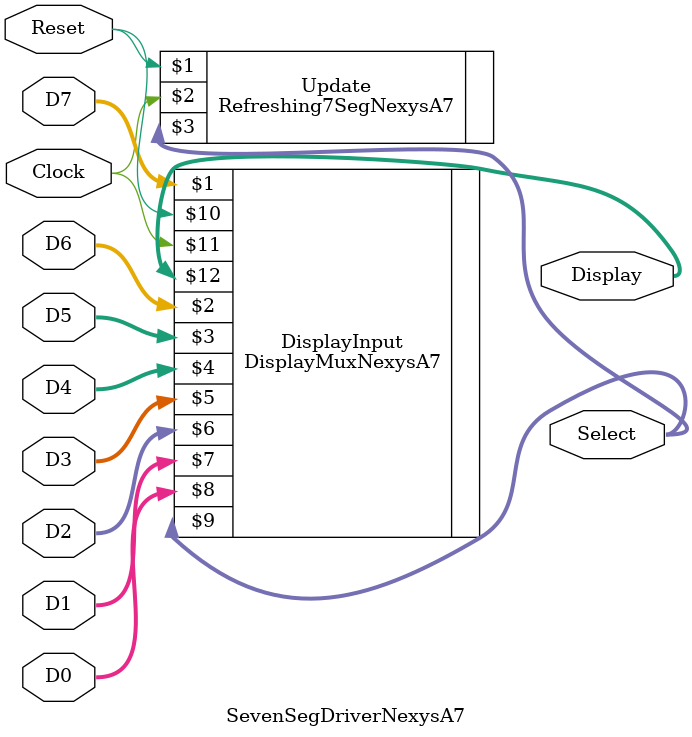
<source format=v>
`timescale 1ns / 1ps

module SevenSegDriverNexysA7 #(parameter N=8)(
input [N-1:0] D7, D6,D5, D4, D3, D2, D1, D0,
input Reset, Clock,
output [N-1:0]	Display,
output [N-1:0] Select);

//DisplayMuxNexysA7 #(parameter N=8)(
//input [N-1:0] D7, D6, D5, D4, D3, D2, D1, D0,
//input [N-1:0] Select,
//input Reset, Clock,
//output reg [N-1:0]	Display);
  DisplayMuxNexysA7 DisplayInput(D7, D6, D5, D4, D3, D2, D1, D0, Select, Reset, Clock, Display) ;

//module Refreshing7Seg #(parameter	Bits = 8) (
//input		Reset, CLOCK,
//output reg [Bits-1:0]	Transistors);
  Refreshing7SegNexysA7 Update(Reset, Clock, Select) ;
 
endmodule

</source>
